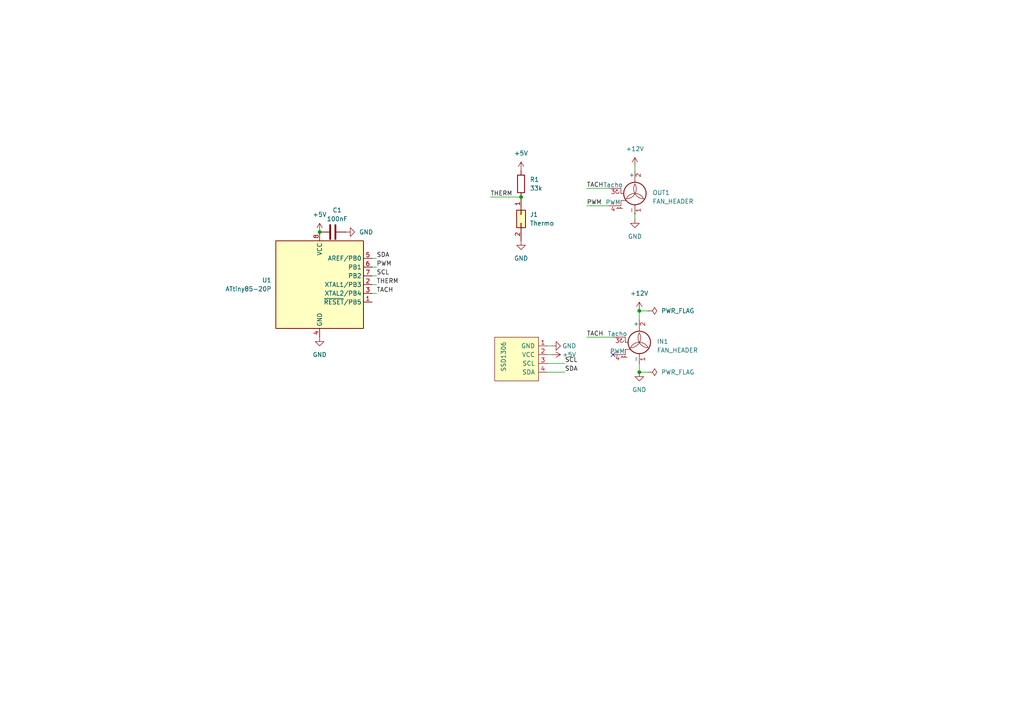
<source format=kicad_sch>
(kicad_sch (version 20230121) (generator eeschema)
  (paper "A4")
  (lib_symbols
    (symbol "Connector_Generic:Conn_02x01" (pin_names (offset 1.016) hide)
      (property "Reference" "J" (at 1.27 2.54 0))
      (property "Value" "Conn_02x01" (at 1.27 -2.54 0))
      (symbol "Conn_02x01_1_1"
        (rectangle (start -1.27 0.127) (end 0 -0.127) (stroke (width 0.1524)))
        (rectangle (start -1.27 1.27) (end 3.81 -1.27) (stroke (width 0.254)) (fill (type background)))
        (rectangle (start 3.81 0.127) (end 2.54 -0.127) (stroke (width 0.1524)))
        (pin passive line (at -5.08 0 0) (length 3.81) (name "Pin_1") (number "1"))
        (pin passive line (at 7.62 0 180) (length 3.81) (name "Pin_2") (number "2"))
      )
    )
    (symbol "Device:C" (pin_numbers hide) (pin_names (offset 0.254))
      (property "Reference" "C" (at 0.635 2.54 0))
      (property "Value" "C" (at 0.635 -2.54 0))
      (symbol "C_0_1"
        (polyline (pts (xy -2.032 -0.762) (xy 2.032 -0.762)) (stroke (width 0.508)))
        (polyline (pts (xy -2.032 0.762) (xy 2.032 0.762)) (stroke (width 0.508)))
      )
      (symbol "C_1_1"
        (pin passive line (at 0 3.81 270) (length 2.794) (name "~") (number "1"))
        (pin passive line (at 0 -3.81 90) (length 2.794) (name "~") (number "2"))
      )
    )
    (symbol "Device:R" (pin_numbers hide) (pin_names (offset 0))
      (property "Reference" "R" (at 2.032 0 90))
      (property "Value" "R" (at 0 0 90))
      (symbol "R_0_1"
        (rectangle (start -1.016 -2.54) (end 1.016 2.54) (stroke (width 0.254)))
      )
      (symbol "R_1_1"
        (pin passive line (at 0 3.81 270) (length 1.27) (name "~") (number "1"))
        (pin passive line (at 0 -3.81 90) (length 1.27) (name "~") (number "2"))
      )
    )
    (symbol "MCU_Microchip_ATtiny:ATtiny85-20P"
      (property "Reference" "U" (at -12.7 13.97 0))
      (property "Value" "ATtiny85-20P" (at 2.54 -13.97 0))
      (symbol "ATtiny85-20P_0_1"
        (rectangle (start -12.7 -12.7) (end 12.7 12.7) (stroke (width 0.254)) (fill (type background)))
      )
      (symbol "ATtiny85-20P_1_1"
        (pin bidirectional line (at 15.24 -5.08 180) (length 2.54) (name "~{RESET}/PB5") (number "1"))
        (pin bidirectional line (at 15.24 0 180) (length 2.54) (name "XTAL1/PB3") (number "2"))
        (pin bidirectional line (at 15.24 -2.54 180) (length 2.54) (name "XTAL2/PB4") (number "3"))
        (pin power_in line (at 0 -15.24 90) (length 2.54) (name "GND") (number "4"))
        (pin bidirectional line (at 15.24 7.62 180) (length 2.54) (name "AREF/PB0") (number "5"))
        (pin bidirectional line (at 15.24 5.08 180) (length 2.54) (name "PB1") (number "6"))
        (pin bidirectional line (at 15.24 2.54 180) (length 2.54) (name "PB2") (number "7"))
        (pin power_in line (at 0 15.24 270) (length 2.54) (name "VCC") (number "8"))
      )
    )
    (symbol "Motor:Fan_CPU_4pin" (pin_names (offset 0))
      (property "Reference" "M" (at 2.54 5.08 0))
      (property "Value" "Fan_CPU_4pin" (at 2.54 -2.54 0))
      (symbol "Fan_CPU_4pin_0_0"
        (arc (start -5.588 1.524) (mid -5.08 1.0182) (end -4.572 1.524))
        (arc (start -5.08 2.032) (mid -5.4392 1.8832) (end -5.588 1.524))
        (polyline (pts (xy -5.08 2.032) (xy -5.334 2.159)))
        (polyline (pts (xy -5.08 2.032) (xy -5.207 1.778)))
        (polyline (pts (xy -4.064 2.54) (xy -4.064 1.016) (xy -3.302 1.016)))
      )
      (symbol "Fan_CPU_4pin_0_1"
        (arc (start -2.54 -0.508) (mid 0.0028 0.9121) (end 0 3.81))
        (polyline (pts (xy -4.064 2.54) (xy -5.08 2.54)))
        (polyline (pts (xy 0 -5.08) (xy 0 -4.572)))
        (polyline (pts (xy 0 -2.2352) (xy 0 -2.6416)))
        (polyline (pts (xy 0 4.2672) (xy 0 4.6228)))
        (polyline (pts (xy 0 4.572) (xy 0 5.08)))
        (polyline (pts (xy -2.54 -1.016) (xy -4.064 -1.016) (xy -4.064 -2.54) (xy -5.08 -2.54)))
        (polyline (pts (xy -5.334 -3.302) (xy -5.08 -3.302) (xy -5.08 -3.048) (xy -4.826 -3.048) (xy -4.826 -3.302) (xy -4.318 -3.302) (xy -4.318 -3.048) (xy -4.064 -3.048) (xy -4.064 -3.302) (xy -3.556 -3.302)))
        (circle (center 0 1.016) (radius 3.2512) (stroke (width 0.254)))
        (arc (start 0 3.81) (mid 0.053 0.921) (end 2.54 -0.508))
        (arc (start 2.54 -0.508) (mid 0 1.0618) (end -2.54 -0.508))
      )
      (symbol "Fan_CPU_4pin_1_1"
        (pin passive line (at 0 -5.08 90) (length 2.54) (name "-") (number "1"))
        (pin passive line (at 0 7.62 270) (length 2.54) (name "+") (number "2"))
        (pin passive line (at -7.62 2.54 0) (length 2.54) (name "Tacho") (number "3"))
        (pin input line (at -7.62 -2.54 0) (length 2.54) (name "PWM") (number "4"))
      )
    )
    (symbol "SSD1306:SSD1306" (pin_names (offset 1.016))
      (property "Reference" "Brd" (at 0 -3.81 0))
      (property "Value" "SSD1306" (at 0 -1.27 0))
      (symbol "SSD1306_0_1"
        (rectangle (start -6.35 6.35) (end 6.35 -6.35) (fill (type background)))
      )
      (symbol "SSD1306_1_1"
        (pin input line (at -3.81 8.89 270) (length 2.54) (name "GND") (number "1"))
        (pin input line (at -1.27 8.89 270) (length 2.54) (name "VCC") (number "2"))
        (pin input line (at 1.27 8.89 270) (length 2.54) (name "SCL") (number "3"))
        (pin input line (at 3.81 8.89 270) (length 2.54) (name "SDA") (number "4"))
      )
    )
    (symbol "power:+12V" (power) (pin_names (offset 0))
      (property "Value" "+12V" (at 0 3.556 0))
      (symbol "+12V_0_1"
        (polyline (pts (xy -0.762 1.27) (xy 0 2.54)))
        (polyline (pts (xy 0 0) (xy 0 2.54)))
        (polyline (pts (xy 0 2.54) (xy 0.762 1.27)))
      )
      (symbol "+12V_1_1"
        (pin power_in line (at 0 0 90) (length 0) hide (name "+12V") (number "1"))
      )
    )
    (symbol "power:+5V" (power) (pin_names (offset 0))
      (property "Value" "+5V" (at 0 3.556 0))
      (symbol "+5V_0_1"
        (polyline (pts (xy -0.762 1.27) (xy 0 2.54)))
        (polyline (pts (xy 0 0) (xy 0 2.54)))
        (polyline (pts (xy 0 2.54) (xy 0.762 1.27)))
      )
      (symbol "+5V_1_1"
        (pin power_in line (at 0 0 90) (length 0) hide (name "+5V") (number "1"))
      )
    )
    (symbol "power:GND" (power) (pin_names (offset 0))
      (property "Value" "GND" (at 0 -3.81 0))
      (symbol "GND_0_1"
        (polyline (pts (xy 0 0) (xy 0 -1.27) (xy 1.27 -1.27) (xy 0 -2.54) (xy -1.27 -1.27) (xy 0 -1.27)))
      )
      (symbol "GND_1_1"
        (pin power_in line (at 0 0 270) (length 0) hide (name "GND") (number "1"))
      )
    )
    (symbol "power:PWR_FLAG" (power) (pin_numbers hide) (pin_names (offset 0) hide)
      (property "Value" "PWR_FLAG" (at 0 3.81 0))
      (symbol "PWR_FLAG_0_0"
        (pin power_out line (at 0 0 90) (length 0) (name "pwr") (number "1"))
      )
      (symbol "PWR_FLAG_0_1"
        (polyline (pts (xy 0 0) (xy 0 1.27) (xy -1.016 1.905) (xy 0 2.54) (xy 1.016 1.905) (xy 0 1.27)))
      )
    )
  )
  (junction (at 92.71 67.31))
  (junction (at 151.13 57.15))
  (junction (at 185.42 90.17))
  (junction (at 185.42 107.95))
  (no_connect (at 177.8 102.87))
  (wire (pts (xy 107.95 74.93) (xy 109.22 74.93)))
  (wire (pts (xy 107.95 82.55) (xy 109.22 82.55)))
  (wire (pts (xy 184.15 48.26) (xy 184.15 49.53)))
  (wire (pts (xy 185.42 107.95) (xy 187.96 107.95)))
  (wire (pts (xy 107.95 85.09) (xy 109.22 85.09)))
  (wire (pts (xy 107.95 77.47) (xy 109.22 77.47)))
  (wire (pts (xy 185.42 105.41) (xy 185.42 107.95)))
  (wire (pts (xy 185.42 90.17) (xy 185.42 92.71)))
  (wire (pts (xy 160.02 102.87) (xy 158.75 102.87)))
  (wire (pts (xy 170.18 54.61) (xy 176.53 54.61)))
  (wire (pts (xy 185.42 90.17) (xy 187.96 90.17)))
  (wire (pts (xy 107.95 80.01) (xy 109.22 80.01)))
  (wire (pts (xy 170.18 59.69) (xy 176.53 59.69)))
  (wire (pts (xy 184.15 62.23) (xy 184.15 63.5)))
  (wire (pts (xy 158.75 107.95) (xy 163.83 107.95)))
  (wire (pts (xy 170.18 97.79) (xy 177.8 97.79)))
  (wire (pts (xy 158.75 105.41) (xy 163.83 105.41)))
  (wire (pts (xy 142.24 57.15) (xy 151.13 57.15)))
  (wire (pts (xy 160.02 100.33) (xy 158.75 100.33)))
  (label "SCL" (at 163.83 105.41 0))
  (label "SDA" (at 163.83 107.95 0))
  (label "TACH" (at 170.18 97.79 0))
  (label "SDA" (at 109.22 74.93 0))
  (label "THERM" (at 109.22 82.55 0))
  (label "TACH" (at 109.22 85.09 0))
  (label "SCL" (at 109.22 80.01 0))
  (label "PWM" (at 109.22 77.47 0))
  (label "THERM" (at 142.24 57.15 0))
  (label "TACH" (at 170.18 54.61 0))
  (label "PWM" (at 170.18 59.69 0))
  (symbol (lib_id "power:GND") (at 151.13 69.85 0) (unit 1)
    (property "Reference" "#PWR08" (effects hide))
    (property "Value" "GND" (at 151.13 74.93 0))
  )
  (symbol (lib_id "power:GND") (at 100.33 67.31 90) (unit 1)
    (property "Reference" "#PWR09" (effects hide))
    (property "Value" "GND" (at 104.14 67.31 90) (effects (justify right)))
  )
  (symbol (lib_id "power:+5V") (at 92.71 67.31 0) (unit 1)
    (property "Reference" "#PWR010" (effects hide))
    (property "Value" "+5V" (at 92.71 62.23 0))
  )
  (symbol (lib_id "power:GND") (at 185.42 107.95 0) (unit 1)
    (property "Reference" "#PWR01" (effects hide))
    (property "Value" "GND" (at 185.42 113.03 0))
  )
  (symbol (lib_id "Motor:Fan_CPU_4pin") (at 185.42 100.33 0) (unit 1)
    (property "Reference" "IN1" (at 190.5 99.06 0) (effects (justify left)))
    (property "Value" "FAN_HEADER" (at 190.5 101.6 0) (effects (justify left)))
    (property "Footprint" "Connector:FanPinHeader_1x04_P2.54mm_Vertical" (effects hide))
    (property "Datasheet" "http://www.formfactors.org/developer%5Cspecs%5Crev1_2_public.pdf" (effects hide))
  )
  (symbol (lib_id "power:PWR_FLAG") (at 187.96 90.17 270) (unit 1)
    (property "Reference" "#FLG01" (effects hide))
    (property "Value" "PWR_FLAG" (at 191.77 90.17 90) (effects (justify left)))
  )
  (symbol (lib_id "power:+5V") (at 160.02 102.87 270) (unit 1)
    (property "Reference" "#PWR011" (effects hide))
    (property "Value" "+5V" (at 165.1 102.87 90))
  )
  (symbol (lib_id "power:+5V") (at 151.13 49.53 0) (unit 1)
    (property "Reference" "#PWR06" (effects hide))
    (property "Value" "+5V" (at 151.13 44.45 0))
  )
  (symbol (lib_id "power:GND") (at 184.15 63.5 0) (unit 1)
    (property "Reference" "#PWR02" (effects hide))
    (property "Value" "GND" (at 184.15 68.58 0))
  )
  (symbol (lib_id "power:GND") (at 92.71 97.79 0) (unit 1)
    (property "Reference" "#PWR03" (effects hide))
    (property "Value" "GND" (at 92.71 102.87 0))
  )
  (symbol (lib_id "SSD1306:SSD1306") (at 149.86 104.14 270) (unit 1)
    (property "Reference" "SSD1306" (at 146.05 99.06 0) (effects (justify left)))
    (property "Value" "SSD1306" (effects hide))
    (property "Footprint" "SSD1306:128x64OLED" (effects hide))
  )
  (symbol (lib_id "power:+12V") (at 185.42 90.17 0) (unit 1)
    (property "Reference" "#PWR05" (effects hide))
    (property "Value" "+12V" (at 185.42 85.09 0))
  )
  (symbol (lib_id "Device:C") (at 96.52 67.31 90) (unit 1)
    (property "Reference" "C1" (at 97.79 60.96 90))
    (property "Value" "100nF" (at 97.79 63.5 90))
    (property "Footprint" "Capacitor_THT:C_Disc_D3.0mm_W1.6mm_P2.50mm" (effects hide))
  )
  (symbol (lib_id "power:+12V") (at 184.15 48.26 0) (unit 1)
    (property "Reference" "#PWR04" (effects hide))
    (property "Value" "+12V" (at 184.15 43.18 0))
  )
  (symbol (lib_id "power:PWR_FLAG") (at 187.96 107.95 270) (unit 1)
    (property "Reference" "#FLG02" (effects hide))
    (property "Value" "PWR_FLAG" (at 191.77 107.95 90) (effects (justify left)))
  )
  (symbol (lib_id "power:GND") (at 160.02 100.33 90) (unit 1)
    (property "Reference" "#PWR07" (effects hide))
    (property "Value" "GND" (at 165.1 100.33 90))
  )
  (symbol (lib_id "MCU_Microchip_ATtiny:ATtiny85-20P") (at 92.71 82.55 0) (unit 1)
    (property "Reference" "U1" (at 78.74 81.28 0) (effects (justify right)))
    (property "Value" "ATtiny85-20P" (at 78.74 83.82 0) (effects (justify right)))
    (property "Footprint" "Package_DIP:DIP-8_W7.62mm" (effects hide))
    (property "Datasheet" "http://ww1.microchip.com/downloads/en/DeviceDoc/atmel-2586-avr-8-bit-microcontroller-attiny25-attiny45-attiny85_datasheet.pdf" (effects hide))
  )
  (symbol (lib_id "Connector_Generic:Conn_02x01") (at 151.13 62.23 270) (unit 1)
    (property "Reference" "J1" (at 153.67 62.23 90) (effects (justify left)))
    (property "Value" "Thermo" (at 153.67 64.77 90) (effects (justify left)))
    (property "Footprint" "Connector_PinHeader_2.54mm:PinHeader_1x02_P2.54mm_Horizontal" (effects hide))
  )
  (symbol (lib_id "Motor:Fan_CPU_4pin") (at 184.15 57.15 0) (unit 1)
    (property "Reference" "OUT1" (at 189.23 55.88 0) (effects (justify left)))
    (property "Value" "FAN_HEADER" (at 189.23 58.42 0) (effects (justify left)))
    (property "Footprint" "Connector:FanPinHeader_1x04_P2.54mm_Vertical" (effects hide))
    (property "Datasheet" "http://www.formfactors.org/developer%5Cspecs%5Crev1_2_public.pdf" (effects hide))
  )
  (symbol (lib_id "Device:R") (at 151.13 53.34 0) (unit 1)
    (property "Reference" "R1" (at 153.67 52.07 0) (effects (justify left)))
    (property "Value" "33k" (at 153.67 54.61 0) (effects (justify left)))
    (property "Footprint" "Resistor_THT:R_Axial_DIN0207_L6.3mm_D2.5mm_P7.62mm_Horizontal" (effects hide))
  )
)
</source>
